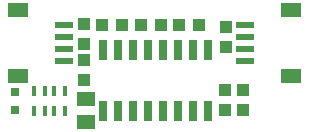
<source format=gbr>
G04 EAGLE Gerber RS-274X export*
G75*
%MOMM*%
%FSLAX34Y34*%
%LPD*%
%INSolderpaste Top*%
%IPPOS*%
%AMOC8*
5,1,8,0,0,1.08239X$1,22.5*%
G01*
%ADD10R,1.500000X1.240000*%
%ADD11R,1.000000X1.075000*%
%ADD12R,0.450000X0.900000*%
%ADD13R,1.550000X0.600000*%
%ADD14R,1.800000X1.200000*%
%ADD15R,0.800000X0.800000*%
%ADD16R,0.635000X1.651000*%
%ADD17R,1.075000X1.000000*%


D10*
X17780Y6375D03*
X17780Y25375D03*
D11*
X15875Y41665D03*
X15875Y58665D03*
D12*
X-26335Y31995D03*
X-26335Y14995D03*
X-17335Y31995D03*
X-9335Y31995D03*
X-335Y31995D03*
X-335Y14995D03*
X-17335Y14995D03*
X-9335Y14995D03*
D13*
X152025Y68025D03*
X152025Y78025D03*
X152025Y58025D03*
X152025Y88025D03*
D14*
X191025Y45025D03*
X191025Y101025D03*
D13*
X-895Y78025D03*
X-895Y68025D03*
X-895Y88025D03*
X-895Y58025D03*
D14*
X-39895Y101025D03*
X-39895Y45025D03*
D15*
X-42545Y30995D03*
X-42545Y15995D03*
D16*
X108585Y67275D03*
X83185Y15275D03*
X121285Y67275D03*
X95885Y67275D03*
X83185Y67275D03*
X95885Y15275D03*
X70485Y15275D03*
X57785Y15275D03*
X57785Y67275D03*
X32385Y15275D03*
X70485Y67275D03*
X45085Y67275D03*
X45085Y15275D03*
X32385Y67275D03*
X108585Y15275D03*
X121285Y15275D03*
D11*
X15875Y72145D03*
X15875Y89145D03*
X150495Y33265D03*
X150495Y16265D03*
X135255Y33265D03*
X135255Y16265D03*
D17*
X64525Y88265D03*
X81525Y88265D03*
X96275Y88265D03*
X113275Y88265D03*
D11*
X135890Y69605D03*
X135890Y86605D03*
D17*
X48505Y88265D03*
X31505Y88265D03*
M02*

</source>
